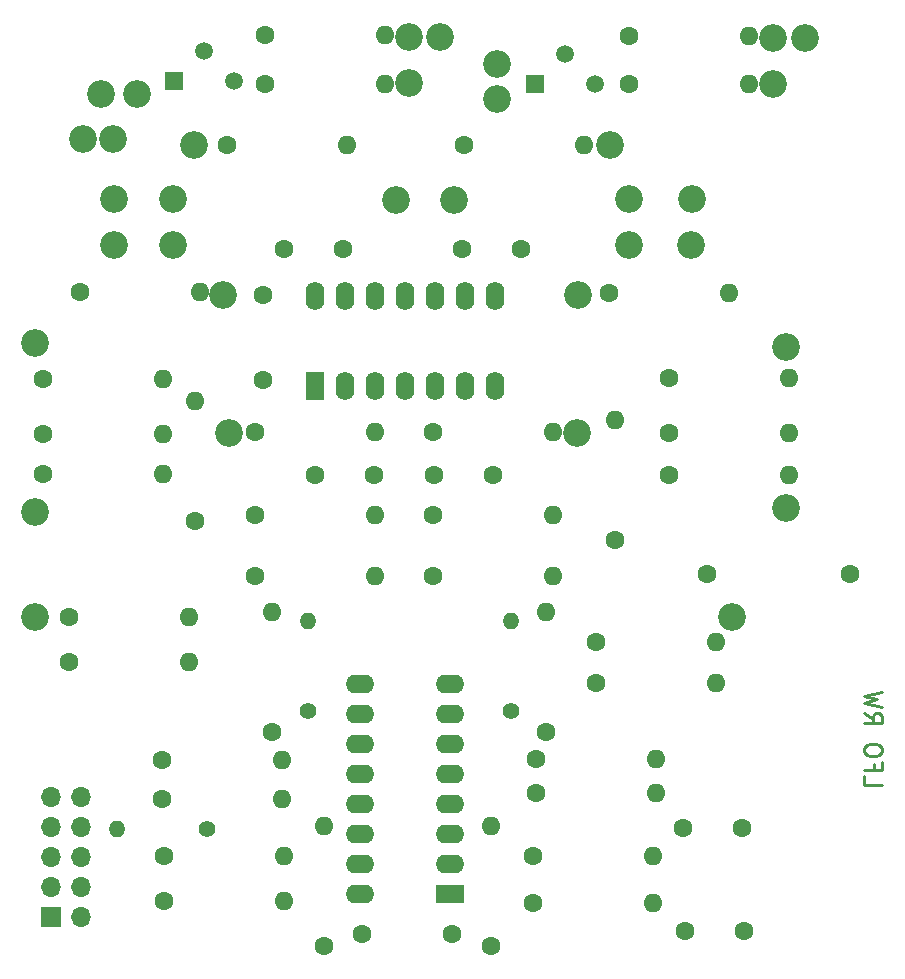
<source format=gbr>
%TF.GenerationSoftware,KiCad,Pcbnew,8.0.8*%
%TF.CreationDate,2026-01-29T16:31:32+11:00*%
%TF.ProjectId,lfo_rw,6c666f5f-7277-42e6-9b69-6361645f7063,rev?*%
%TF.SameCoordinates,PX8a54990PY3815e90*%
%TF.FileFunction,Copper,L1,Top*%
%TF.FilePolarity,Positive*%
%FSLAX46Y46*%
G04 Gerber Fmt 4.6, Leading zero omitted, Abs format (unit mm)*
G04 Created by KiCad (PCBNEW 8.0.8) date 2026-01-29 16:31:32*
%MOMM*%
%LPD*%
G01*
G04 APERTURE LIST*
%ADD10C,0.250000*%
%TA.AperFunction,NonConductor*%
%ADD11C,0.250000*%
%TD*%
%TA.AperFunction,ComponentPad*%
%ADD12O,1.600000X1.600000*%
%TD*%
%TA.AperFunction,ComponentPad*%
%ADD13C,1.600000*%
%TD*%
%TA.AperFunction,ComponentPad*%
%ADD14C,2.340000*%
%TD*%
%TA.AperFunction,ComponentPad*%
%ADD15O,1.400000X1.400000*%
%TD*%
%TA.AperFunction,ComponentPad*%
%ADD16C,1.400000*%
%TD*%
%TA.AperFunction,ComponentPad*%
%ADD17C,1.500000*%
%TD*%
%TA.AperFunction,ComponentPad*%
%ADD18R,1.500000X1.500000*%
%TD*%
%TA.AperFunction,ComponentPad*%
%ADD19O,1.600000X2.400000*%
%TD*%
%TA.AperFunction,ComponentPad*%
%ADD20R,1.600000X2.400000*%
%TD*%
%TA.AperFunction,ComponentPad*%
%ADD21O,2.400000X1.600000*%
%TD*%
%TA.AperFunction,ComponentPad*%
%ADD22R,2.400000X1.600000*%
%TD*%
%TA.AperFunction,ComponentPad*%
%ADD23O,1.700000X1.700000*%
%TD*%
%TA.AperFunction,ComponentPad*%
%ADD24R,1.700000X1.700000*%
%TD*%
G04 APERTURE END LIST*
D10*
D11*
X-1950929Y-62832857D02*
X-1950929Y-63547143D01*
X-1950929Y-63547143D02*
X-450929Y-63547143D01*
X-1165215Y-61832857D02*
X-1165215Y-62332857D01*
X-1950929Y-62332857D02*
X-450929Y-62332857D01*
X-450929Y-62332857D02*
X-450929Y-61618571D01*
X-450929Y-60761428D02*
X-450929Y-60475714D01*
X-450929Y-60475714D02*
X-522358Y-60332857D01*
X-522358Y-60332857D02*
X-665215Y-60190000D01*
X-665215Y-60190000D02*
X-950929Y-60118571D01*
X-950929Y-60118571D02*
X-1450929Y-60118571D01*
X-1450929Y-60118571D02*
X-1736643Y-60190000D01*
X-1736643Y-60190000D02*
X-1879500Y-60332857D01*
X-1879500Y-60332857D02*
X-1950929Y-60475714D01*
X-1950929Y-60475714D02*
X-1950929Y-60761428D01*
X-1950929Y-60761428D02*
X-1879500Y-60904286D01*
X-1879500Y-60904286D02*
X-1736643Y-61047143D01*
X-1736643Y-61047143D02*
X-1450929Y-61118571D01*
X-1450929Y-61118571D02*
X-950929Y-61118571D01*
X-950929Y-61118571D02*
X-665215Y-61047143D01*
X-665215Y-61047143D02*
X-522358Y-60904286D01*
X-522358Y-60904286D02*
X-450929Y-60761428D01*
X-1950929Y-57475714D02*
X-1236643Y-57975714D01*
X-1950929Y-58332857D02*
X-450929Y-58332857D01*
X-450929Y-58332857D02*
X-450929Y-57761428D01*
X-450929Y-57761428D02*
X-522358Y-57618571D01*
X-522358Y-57618571D02*
X-593786Y-57547142D01*
X-593786Y-57547142D02*
X-736643Y-57475714D01*
X-736643Y-57475714D02*
X-950929Y-57475714D01*
X-950929Y-57475714D02*
X-1093786Y-57547142D01*
X-1093786Y-57547142D02*
X-1165215Y-57618571D01*
X-1165215Y-57618571D02*
X-1236643Y-57761428D01*
X-1236643Y-57761428D02*
X-1236643Y-58332857D01*
X-450929Y-56975714D02*
X-1950929Y-56618571D01*
X-1950929Y-56618571D02*
X-879500Y-56332857D01*
X-879500Y-56332857D02*
X-1950929Y-56047142D01*
X-1950929Y-56047142D02*
X-450929Y-55690000D01*
D12*
%TO.P,470k,2*%
%TO.N,N/C*%
X-51112263Y-69603310D03*
D13*
%TO.P,470k,1*%
X-61272263Y-69603310D03*
%TD*%
D14*
%TO.P,,1*%
%TO.N,N/C*%
X-72128880Y-26153602D03*
%TD*%
D12*
%TO.P,1k,2*%
%TO.N,N/C*%
X-61327265Y-29205537D03*
D13*
%TO.P,1k,1*%
X-71487265Y-29205537D03*
%TD*%
%TO.P,,1*%
%TO.N,N/C*%
X-44450000Y-76200000D03*
%TD*%
D12*
%TO.P,220,2*%
%TO.N,N/C*%
X-13400578Y-21939025D03*
D13*
%TO.P,220,1*%
X-23560578Y-21939025D03*
%TD*%
D12*
%TO.P,4.7k,2*%
%TO.N,N/C*%
X-14530925Y-54949176D03*
D13*
%TO.P,4.7k,1*%
X-24690925Y-54949176D03*
%TD*%
%TO.P,47pf,2*%
%TO.N,N/C*%
X-38373138Y-37311735D03*
%TO.P,47pf,1*%
X-33373138Y-37311735D03*
%TD*%
D14*
%TO.P,,1*%
%TO.N,N/C*%
X-33020000Y-2540000D03*
%TD*%
%TO.P,,1*%
%TO.N,N/C*%
X-66557887Y-5080000D03*
%TD*%
D12*
%TO.P,3m,2*%
%TO.N,N/C*%
X-28305003Y-45837777D03*
D13*
%TO.P,3m,1*%
X-38465003Y-45837777D03*
%TD*%
D12*
%TO.P,100k,2*%
%TO.N,N/C*%
X-28305003Y-40751218D03*
D13*
%TO.P,100k,1*%
X-38465003Y-40751218D03*
%TD*%
D12*
%TO.P,100k,2*%
%TO.N,N/C*%
X-28936282Y-48900308D03*
D13*
%TO.P,100k,1*%
X-28936282Y-59060308D03*
%TD*%
D12*
%TO.P,1m,2*%
%TO.N,N/C*%
X-47708106Y-67066589D03*
D13*
%TO.P,1m,1*%
X-47708106Y-77226589D03*
%TD*%
D14*
%TO.P,,1*%
%TO.N,N/C*%
X-9636873Y-323168D03*
%TD*%
%TO.P,,1*%
%TO.N,N/C*%
X-58685832Y-9406309D03*
%TD*%
D12*
%TO.P,390k,2*%
%TO.N,N/C*%
X-19859701Y-73599891D03*
D13*
%TO.P,390k,1*%
X-30019701Y-73599891D03*
%TD*%
D12*
%TO.P,100k,2*%
%TO.N,N/C*%
X-11745428Y-202060D03*
D13*
%TO.P,100k,1*%
X-21905428Y-202060D03*
%TD*%
D14*
%TO.P,,1*%
%TO.N,N/C*%
X-21868836Y-13970000D03*
%TD*%
D12*
%TO.P,1k,2*%
%TO.N,N/C*%
X-51226813Y-64758968D03*
D13*
%TO.P,1k,1*%
X-61386813Y-64758968D03*
%TD*%
D14*
%TO.P,,1*%
%TO.N,N/C*%
X-36644078Y-14073025D03*
%TD*%
D15*
%TO.P,10nf,2*%
%TO.N,N/C*%
X-49077888Y-49669726D03*
D16*
%TO.P,10nf,1*%
X-49077888Y-57289726D03*
%TD*%
D12*
%TO.P,1m,2*%
%TO.N,N/C*%
X-33538407Y-67066589D03*
D13*
%TO.P,1m,1*%
X-33538407Y-77226589D03*
%TD*%
D12*
%TO.P,R28,2*%
%TO.N,N/C*%
X-23082703Y-32678322D03*
D13*
%TO.P,R28,1*%
X-23082703Y-42838322D03*
%TD*%
D14*
%TO.P,,1*%
%TO.N,N/C*%
X-8546896Y-26516927D03*
%TD*%
D13*
%TO.P,1uf,2*%
%TO.N,N/C*%
X-12145603Y-75965545D03*
%TO.P,1uf,1*%
X-17145603Y-75965545D03*
%TD*%
D12*
%TO.P,10k,2*%
%TO.N,N/C*%
X-8314020Y-37360179D03*
D13*
%TO.P,10k,1*%
X-18474020Y-37360179D03*
%TD*%
D12*
%TO.P,4.7k,2*%
%TO.N,N/C*%
X-59098868Y-53132548D03*
D13*
%TO.P,4.7k,1*%
X-69258868Y-53132548D03*
%TD*%
%TO.P,,1*%
%TO.N,N/C*%
X-3152270Y-45708759D03*
%TD*%
%TO.P,,1*%
%TO.N,N/C*%
X-36830000Y-76200000D03*
%TD*%
D14*
%TO.P,,1*%
%TO.N,N/C*%
X-13149021Y-49388275D03*
%TD*%
%TO.P,,1*%
%TO.N,N/C*%
X-16510000Y-13970000D03*
%TD*%
D13*
%TO.P,,1*%
%TO.N,N/C*%
X-15240000Y-45720000D03*
%TD*%
D14*
%TO.P,,1*%
%TO.N,N/C*%
X-72128880Y-49378183D03*
%TD*%
D13*
%TO.P,1uf,2*%
%TO.N,N/C*%
X-12266711Y-67245730D03*
%TO.P,1uf,1*%
X-17266711Y-67245730D03*
%TD*%
D14*
%TO.P,,1*%
%TO.N,N/C*%
X-60502460Y-17827390D03*
%TD*%
%TO.P,,1*%
%TO.N,N/C*%
X-55740156Y-33747752D03*
%TD*%
D13*
%TO.P,,1*%
%TO.N,N/C*%
X-52883111Y-22080114D03*
%TD*%
D12*
%TO.P,220,2*%
%TO.N,N/C*%
X-58178443Y-21858286D03*
D13*
%TO.P,220,1*%
X-68338443Y-21858286D03*
%TD*%
D12*
%TO.P,1m,2*%
%TO.N,N/C*%
X-19617484Y-61367929D03*
D13*
%TO.P,1m,1*%
X-29777484Y-61367929D03*
%TD*%
%TO.P,47pf,2*%
%TO.N,N/C*%
X-43483201Y-37311735D03*
%TO.P,47pf,1*%
X-48483201Y-37311735D03*
%TD*%
D12*
%TO.P,1m,2*%
%TO.N,N/C*%
X-25672911Y-9406309D03*
D13*
%TO.P,1m,1*%
X-35832911Y-9406309D03*
%TD*%
D12*
%TO.P,1k,2*%
%TO.N,N/C*%
X-14530925Y-51437028D03*
D13*
%TO.P,1k,1*%
X-24690925Y-51437028D03*
%TD*%
D12*
%TO.P,3m,2*%
%TO.N,N/C*%
X-43403201Y-45837777D03*
D13*
%TO.P,3m,1*%
X-53563201Y-45837777D03*
%TD*%
D17*
%TO.P,2n3904,3*%
%TO.N,N/C*%
X-24782000Y-4198642D03*
%TO.P,2n3904,2*%
X-27322000Y-1658642D03*
D18*
%TO.P,2n3904,1*%
X-29862000Y-4198642D03*
%TD*%
D12*
%TO.P,100k,2*%
%TO.N,N/C*%
X-52068014Y-48900308D03*
D13*
%TO.P,100k,1*%
X-52068014Y-59060308D03*
%TD*%
D19*
%TO.P,TL074,14*%
%TO.N,N/C*%
X-48462390Y-22157869D03*
%TO.P,TL074,13*%
X-45922390Y-22157869D03*
%TO.P,TL074,12*%
X-43382390Y-22157869D03*
%TO.P,TL074,11*%
X-40842390Y-22157869D03*
%TO.P,TL074,10*%
X-38302390Y-22157869D03*
%TO.P,TL074,9*%
X-35762390Y-22157869D03*
%TO.P,TL074,8*%
X-33222390Y-22157869D03*
%TO.P,TL074,7*%
X-33222390Y-29777869D03*
%TO.P,TL074,6*%
X-35762390Y-29777869D03*
%TO.P,TL074,5*%
X-38302390Y-29777869D03*
%TO.P,TL074,4*%
X-40842390Y-29777869D03*
%TO.P,TL074,3*%
X-43382390Y-29777869D03*
%TO.P,TL074,2*%
X-45922390Y-29777869D03*
D20*
%TO.P,TL074,1*%
X-48462390Y-29777869D03*
%TD*%
D14*
%TO.P,,1*%
%TO.N,N/C*%
X-63500000Y-5080000D03*
%TD*%
%TO.P,,1*%
%TO.N,N/C*%
X-26254530Y-33747752D03*
%TD*%
D12*
%TO.P,470k,2*%
%TO.N,N/C*%
X-19859701Y-69603310D03*
D13*
%TO.P,470k,1*%
X-30019701Y-69603310D03*
%TD*%
D14*
%TO.P,,1*%
%TO.N,N/C*%
X-9636873Y-4198642D03*
%TD*%
D12*
%TO.P,1m,2*%
%TO.N,N/C*%
X-45776928Y-9406309D03*
D13*
%TO.P,1m,1*%
X-55936928Y-9406309D03*
%TD*%
D15*
%TO.P,10nf,2*%
%TO.N,N/C*%
X-31880475Y-49669726D03*
D16*
%TO.P,10nf,1*%
X-31880475Y-57289726D03*
%TD*%
D21*
%TO.P,LM13700,16*%
%TO.N,N/C*%
X-44677877Y-72796300D03*
%TO.P,LM13700,15*%
X-44677877Y-70256300D03*
%TO.P,LM13700,14*%
X-44677877Y-67716300D03*
%TO.P,LM13700,13*%
X-44677877Y-65176300D03*
%TO.P,LM13700,12*%
X-44677877Y-62636300D03*
%TO.P,LM13700,11*%
X-44677877Y-60096300D03*
%TO.P,LM13700,10*%
X-44677877Y-57556300D03*
%TO.P,LM13700,9*%
X-44677877Y-55016300D03*
%TO.P,LM13700,8*%
X-37057877Y-55016300D03*
%TO.P,LM13700,7*%
X-37057877Y-57556300D03*
%TO.P,LM13700,6*%
X-37057877Y-60096300D03*
%TO.P,LM13700,5*%
X-37057877Y-62636300D03*
%TO.P,LM13700,4*%
X-37057877Y-65176300D03*
%TO.P,LM13700,3*%
X-37057877Y-67716300D03*
%TO.P,LM13700,2*%
X-37057877Y-70256300D03*
D22*
%TO.P,LM13700,1*%
X-37057877Y-72796300D03*
%TD*%
D14*
%TO.P,,1*%
%TO.N,N/C*%
X-65467911Y-13970000D03*
%TD*%
%TO.P,,1*%
%TO.N,N/C*%
X-40519551Y-266651D03*
%TD*%
%TO.P,,1*%
%TO.N,N/C*%
X-23443247Y-9349792D03*
%TD*%
D23*
%TO.P,REF\u002A\u002A,10*%
%TO.N,N/C*%
X-68232539Y-64572881D03*
%TO.P,REF\u002A\u002A,9*%
X-70772539Y-64572881D03*
%TO.P,REF\u002A\u002A,8*%
X-68232539Y-67112881D03*
%TO.P,REF\u002A\u002A,7*%
X-70772539Y-67112881D03*
%TO.P,REF\u002A\u002A,6*%
X-68232539Y-69652881D03*
%TO.P,REF\u002A\u002A,5*%
X-70772539Y-69652881D03*
%TO.P,REF\u002A\u002A,4*%
X-68232539Y-72192881D03*
%TO.P,REF\u002A\u002A,3*%
X-70772539Y-72192881D03*
%TO.P,REF\u002A\u002A,2*%
X-68232539Y-74732881D03*
D24*
%TO.P,REF\u002A\u002A,1*%
X-70772539Y-74732881D03*
%TD*%
D12*
%TO.P,1k,2*%
%TO.N,N/C*%
X-19617484Y-64274534D03*
D13*
%TO.P,1k,1*%
X-29777484Y-64274534D03*
%TD*%
%TO.P,20nf,2*%
%TO.N,N/C*%
X-46054985Y-18176586D03*
%TO.P,20nf,1*%
X-51054985Y-18176586D03*
%TD*%
D12*
%TO.P,390k,2*%
%TO.N,N/C*%
X-51112263Y-73357674D03*
D13*
%TO.P,390k,1*%
X-61272263Y-73357674D03*
%TD*%
D14*
%TO.P,,1*%
%TO.N,N/C*%
X-56263661Y-22066189D03*
%TD*%
%TO.P,,1*%
%TO.N,N/C*%
X-65589019Y-8865358D03*
%TD*%
%TO.P,,1*%
%TO.N,N/C*%
X-65467911Y-17827390D03*
%TD*%
%TO.P,,1*%
%TO.N,N/C*%
X-16661169Y-17827390D03*
%TD*%
D12*
%TO.P,1m,2*%
%TO.N,N/C*%
X-51226813Y-61489037D03*
D13*
%TO.P,1m,1*%
X-61386813Y-61489037D03*
%TD*%
D12*
%TO.P,100k,2*%
%TO.N,N/C*%
X-42506998Y-80952D03*
D13*
%TO.P,100k,1*%
X-52666998Y-80952D03*
%TD*%
D12*
%TO.P,100k,2*%
%TO.N,N/C*%
X-43403201Y-40751218D03*
D13*
%TO.P,100k,1*%
X-53563201Y-40751218D03*
%TD*%
D12*
%TO.P,200k,2*%
%TO.N,N/C*%
X-43403201Y-33726923D03*
D13*
%TO.P,200k,1*%
X-53563201Y-33726923D03*
%TD*%
D12*
%TO.P,3k,2*%
%TO.N,N/C*%
X-11745428Y-4198642D03*
D13*
%TO.P,3k,1*%
X-21905428Y-4198642D03*
%TD*%
D12*
%TO.P,1k,2*%
%TO.N,N/C*%
X-8314020Y-29124798D03*
D13*
%TO.P,1k,1*%
X-18474020Y-29124798D03*
%TD*%
%TO.P,20nf,2*%
%TO.N,N/C*%
X-30974035Y-18176586D03*
%TO.P,20nf,1*%
X-35974035Y-18176586D03*
%TD*%
D12*
%TO.P,10k,2*%
%TO.N,N/C*%
X-8314020Y-33807662D03*
D13*
%TO.P,10k,1*%
X-18474020Y-33807662D03*
%TD*%
D12*
%TO.P,1k,2*%
%TO.N,N/C*%
X-59098868Y-49378183D03*
D13*
%TO.P,1k,1*%
X-69258868Y-49378183D03*
%TD*%
D17*
%TO.P,2n3904,3*%
%TO.N,N/C*%
X-55301352Y-3966517D03*
%TO.P,2n3904,2*%
X-57841352Y-1426517D03*
D18*
%TO.P,2n3904,1*%
X-60381352Y-3966517D03*
%TD*%
D12*
%TO.P,R10,2*%
%TO.N,N/C*%
X-58588564Y-31076796D03*
D13*
%TO.P,R10,1*%
X-58588564Y-41236796D03*
%TD*%
D14*
%TO.P,,1*%
%TO.N,N/C*%
X-68132298Y-8865358D03*
%TD*%
%TO.P,,1*%
%TO.N,N/C*%
X-41609528Y-14073025D03*
%TD*%
D12*
%TO.P,3k,2*%
%TO.N,N/C*%
X-42506998Y-4198642D03*
D13*
%TO.P,3k,1*%
X-52666998Y-4198642D03*
%TD*%
D14*
%TO.P,,1*%
%TO.N,N/C*%
X-72128880Y-40444410D03*
%TD*%
%TO.P,,1*%
%TO.N,N/C*%
X-21868836Y-17827390D03*
%TD*%
%TO.P,,1*%
%TO.N,N/C*%
X-40519551Y-4142125D03*
%TD*%
D15*
%TO.P,0,2*%
%TO.N,N/C*%
X-65196813Y-67310000D03*
D16*
%TO.P,0,1*%
X-57576813Y-67310000D03*
%TD*%
D13*
%TO.P,,1*%
%TO.N,N/C*%
X-52883111Y-29321909D03*
%TD*%
D14*
%TO.P,,1*%
%TO.N,N/C*%
X-37855163Y-266651D03*
%TD*%
%TO.P,,1*%
%TO.N,N/C*%
X-33020000Y-5474319D03*
%TD*%
D12*
%TO.P,10k,2*%
%TO.N,N/C*%
X-61327265Y-33888401D03*
D13*
%TO.P,10k,1*%
X-71487265Y-33888401D03*
%TD*%
D14*
%TO.P,,1*%
%TO.N,N/C*%
X-26228743Y-22066189D03*
%TD*%
%TO.P,,1*%
%TO.N,N/C*%
X-60502460Y-13970000D03*
%TD*%
D12*
%TO.P,10k,2*%
%TO.N,N/C*%
X-61327265Y-37279440D03*
D13*
%TO.P,10k,1*%
X-71487265Y-37279440D03*
%TD*%
D14*
%TO.P,,1*%
%TO.N,N/C*%
X-6972485Y-323168D03*
%TD*%
D12*
%TO.P,200k,2*%
%TO.N,N/C*%
X-28305003Y-33726923D03*
D13*
%TO.P,200k,1*%
X-38465003Y-33726923D03*
%TD*%
D14*
%TO.P,,1*%
%TO.N,N/C*%
X-8546896Y-40081084D03*
%TD*%
M02*

</source>
